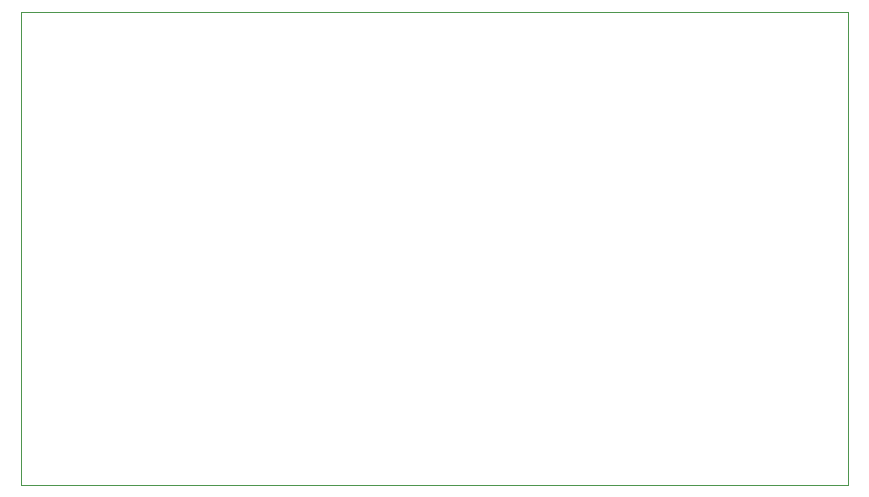
<source format=gbr>
%TF.GenerationSoftware,KiCad,Pcbnew,(6.0.7)*%
%TF.CreationDate,2022-07-30T13:06:33+08:00*%
%TF.ProjectId,remote-switch,72656d6f-7465-42d7-9377-697463682e6b,rev?*%
%TF.SameCoordinates,Original*%
%TF.FileFunction,Profile,NP*%
%FSLAX46Y46*%
G04 Gerber Fmt 4.6, Leading zero omitted, Abs format (unit mm)*
G04 Created by KiCad (PCBNEW (6.0.7)) date 2022-07-30 13:06:33*
%MOMM*%
%LPD*%
G01*
G04 APERTURE LIST*
%TA.AperFunction,Profile*%
%ADD10C,0.100000*%
%TD*%
G04 APERTURE END LIST*
D10*
X89000000Y-108000000D02*
X159000000Y-108000000D01*
X159000000Y-148000000D02*
X89000000Y-148000000D01*
X89000000Y-148000000D02*
X89000000Y-108000000D01*
X159000000Y-108000000D02*
X159000000Y-148000000D01*
M02*

</source>
